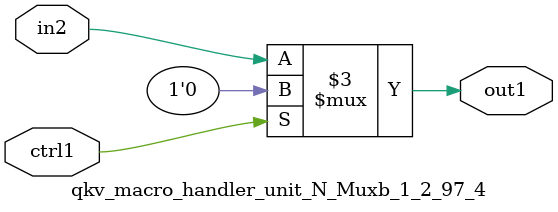
<source format=v>

`timescale 1ps / 1ps


module qkv_macro_handler_unit_N_Muxb_1_2_97_4( in2, ctrl1, out1 );

    input in2;
    input ctrl1;
    output out1;
    reg out1;

    
    // rtl_process:qkv_macro_handler_unit_N_Muxb_1_2_97_4/qkv_macro_handler_unit_N_Muxb_1_2_97_4_thread_1
    always @*
      begin : qkv_macro_handler_unit_N_Muxb_1_2_97_4_thread_1
        case (ctrl1) 
          1'b1: 
            begin
              out1 = 1'b0;
            end
          default: 
            begin
              out1 = in2;
            end
        endcase
      end

endmodule



</source>
